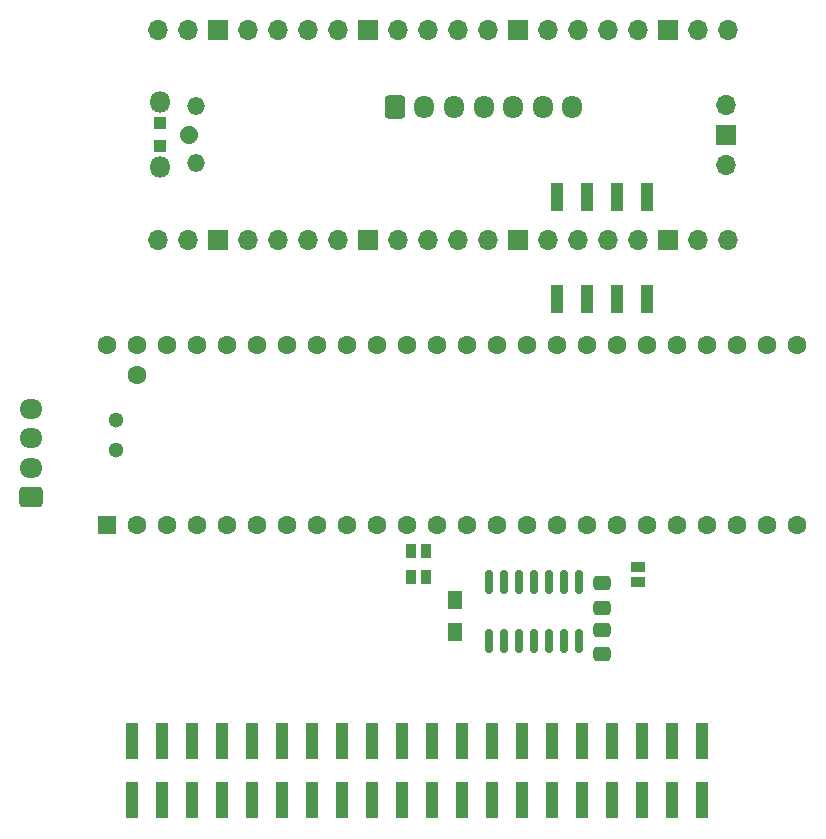
<source format=gts>
G04 #@! TF.GenerationSoftware,KiCad,Pcbnew,(6.0.1)*
G04 #@! TF.CreationDate,2022-01-19T01:46:26+10:00*
G04 #@! TF.ProjectId,RedPyKeeb_MCU,52656450-794b-4656-9562-5f4d43552e6b,rev?*
G04 #@! TF.SameCoordinates,Original*
G04 #@! TF.FileFunction,Soldermask,Top*
G04 #@! TF.FilePolarity,Negative*
%FSLAX46Y46*%
G04 Gerber Fmt 4.6, Leading zero omitted, Abs format (unit mm)*
G04 Created by KiCad (PCBNEW (6.0.1)) date 2022-01-19 01:46:26*
%MOMM*%
%LPD*%
G01*
G04 APERTURE LIST*
G04 Aperture macros list*
%AMRoundRect*
0 Rectangle with rounded corners*
0 $1 Rounding radius*
0 $2 $3 $4 $5 $6 $7 $8 $9 X,Y pos of 4 corners*
0 Add a 4 corners polygon primitive as box body*
4,1,4,$2,$3,$4,$5,$6,$7,$8,$9,$2,$3,0*
0 Add four circle primitives for the rounded corners*
1,1,$1+$1,$2,$3*
1,1,$1+$1,$4,$5*
1,1,$1+$1,$6,$7*
1,1,$1+$1,$8,$9*
0 Add four rect primitives between the rounded corners*
20,1,$1+$1,$2,$3,$4,$5,0*
20,1,$1+$1,$4,$5,$6,$7,0*
20,1,$1+$1,$6,$7,$8,$9,0*
20,1,$1+$1,$8,$9,$2,$3,0*%
%AMFreePoly0*
4,1,30,0.174003,0.741867,0.334039,0.684881,0.477472,0.593856,0.597174,0.473315,0.687196,0.329249,0.743064,0.168820,0.762000,0.000000,0.761703,-0.021276,0.738060,-0.189502,0.677735,-0.348309,0.583726,-0.489804,0.460705,-0.606956,0.314786,-0.693941,0.153221,-0.746436,-0.015958,-0.761833,-0.184344,-0.739365,-0.343569,-0.680150,-0.485717,-0.587131,-0.603725,-0.464931,-0.691726,-0.319622,
-0.745348,-0.158429,-0.761926,0.010639,-0.740634,0.179178,-0.682532,0.338812,-0.590508,0.481606,-0.469134,0.600464,-0.324444,0.689478,-0.163628,0.744224,0.005320,0.761981,0.174003,0.741867,0.174003,0.741867,$1*%
%AMFreePoly1*
4,1,13,0.535355,0.535355,0.550000,0.500000,0.550000,-0.500000,0.535355,-0.535355,0.500000,-0.550000,-0.500000,-0.550000,-0.535355,-0.535355,-0.550000,-0.500000,-0.550000,0.500000,-0.535355,0.535355,-0.500000,0.550000,0.500000,0.550000,0.535355,0.535355,0.535355,0.535355,$1*%
G04 Aperture macros list end*
%ADD10RoundRect,0.250000X0.725000X-0.600000X0.725000X0.600000X-0.725000X0.600000X-0.725000X-0.600000X0*%
%ADD11O,1.950000X1.700000*%
%ADD12RoundRect,0.150000X-0.150000X0.825000X-0.150000X-0.825000X0.150000X-0.825000X0.150000X0.825000X0*%
%ADD13RoundRect,0.250000X-0.600000X-0.725000X0.600000X-0.725000X0.600000X0.725000X-0.600000X0.725000X0*%
%ADD14O,1.700000X1.950000*%
%ADD15RoundRect,0.250000X-0.475000X0.337500X-0.475000X-0.337500X0.475000X-0.337500X0.475000X0.337500X0*%
%ADD16RoundRect,0.250000X0.475000X-0.337500X0.475000X0.337500X-0.475000X0.337500X-0.475000X-0.337500X0*%
%ADD17R,1.600000X1.600000*%
%ADD18C,1.600000*%
%ADD19C,1.300000*%
%ADD20R,1.300000X1.500000*%
%ADD21R,1.120000X2.440000*%
%ADD22R,0.970000X1.270000*%
%ADD23R,1.270000X0.970000*%
%ADD24R,1.000000X3.150000*%
%ADD25O,1.500000X1.500000*%
%ADD26O,1.800000X1.800000*%
%ADD27O,1.700000X1.700000*%
%ADD28R,1.700000X1.700000*%
%ADD29FreePoly0,90.000000*%
%ADD30FreePoly1,90.000000*%
G04 APERTURE END LIST*
D10*
X24403400Y-61615200D03*
D11*
X24403400Y-59115200D03*
X24403400Y-56615200D03*
X24403400Y-54115200D03*
D12*
X70783800Y-68792200D03*
X69513800Y-68792200D03*
X68243800Y-68792200D03*
X66973800Y-68792200D03*
X65703800Y-68792200D03*
X64433800Y-68792200D03*
X63163800Y-68792200D03*
X63163800Y-73742200D03*
X64433800Y-73742200D03*
X65703800Y-73742200D03*
X66973800Y-73742200D03*
X68243800Y-73742200D03*
X69513800Y-73742200D03*
X70783800Y-73742200D03*
D13*
X55200000Y-28600000D03*
D14*
X57700000Y-28600000D03*
X60200000Y-28600000D03*
X62700000Y-28600000D03*
X65200000Y-28600000D03*
X67700000Y-28600000D03*
X70200000Y-28600000D03*
D15*
X72714200Y-72820500D03*
X72714200Y-74895500D03*
D16*
X72714200Y-70983900D03*
X72714200Y-68908900D03*
D17*
X30855000Y-63952000D03*
D18*
X33395000Y-63952000D03*
X35935000Y-63952000D03*
X38475000Y-63952000D03*
X41015000Y-63952000D03*
X43555000Y-63952000D03*
X46095000Y-63952000D03*
X48635000Y-63952000D03*
X51175000Y-63952000D03*
X53715000Y-63952000D03*
X56255000Y-63952000D03*
X58795000Y-63952000D03*
X61335000Y-63952000D03*
X63875000Y-63952000D03*
X66415000Y-63952000D03*
X68955000Y-63952000D03*
X71495000Y-63952000D03*
X74035000Y-63952000D03*
X76575000Y-63952000D03*
X79115000Y-63952000D03*
X81655000Y-63952000D03*
X84195000Y-63952000D03*
X86735000Y-63952000D03*
X89275000Y-63952000D03*
X89275000Y-48712000D03*
X86735000Y-48712000D03*
X84195000Y-48712000D03*
X81655000Y-48712000D03*
X79115000Y-48712000D03*
X76575000Y-48712000D03*
X74035000Y-48712000D03*
X71495000Y-48712000D03*
X68955000Y-48712000D03*
X66415000Y-48712000D03*
X63875000Y-48712000D03*
X61335000Y-48712000D03*
X58795000Y-48712000D03*
X56255000Y-48712000D03*
X53715000Y-48712000D03*
X51175000Y-48712000D03*
X48635000Y-48712000D03*
X46095000Y-48712000D03*
X43555000Y-48712000D03*
X41015000Y-48712000D03*
X38475000Y-48712000D03*
X35935000Y-48712000D03*
X33395000Y-48712000D03*
X30855000Y-48712000D03*
X33395000Y-51252000D03*
D19*
X31585000Y-55062000D03*
X31585000Y-57602000D03*
D20*
X60268200Y-70294400D03*
X60268200Y-72994400D03*
D21*
X76575000Y-36228200D03*
X74035000Y-36228200D03*
X71495000Y-36228200D03*
X68955000Y-36228200D03*
X68955000Y-44838200D03*
X71495000Y-44838200D03*
X74035000Y-44838200D03*
X76575000Y-44838200D03*
D22*
X56560000Y-68400000D03*
X57840000Y-68400000D03*
X56560000Y-66200000D03*
X57840000Y-66200000D03*
D23*
X75800000Y-67520000D03*
X75800000Y-68800000D03*
D24*
X32970000Y-82225240D03*
X32970000Y-87275000D03*
X35510000Y-82225000D03*
X35510000Y-87275000D03*
X38050000Y-82225000D03*
X38050000Y-87275000D03*
X40590000Y-82225000D03*
X40590000Y-87275000D03*
X43130000Y-82225000D03*
X43130000Y-87275000D03*
X45670000Y-82225000D03*
X45670000Y-87275000D03*
X48210000Y-82225000D03*
X48210000Y-87275000D03*
X50750000Y-82225000D03*
X50750000Y-87275000D03*
X53290000Y-82225000D03*
X53290000Y-87275000D03*
X55830000Y-82225000D03*
X55830000Y-87275000D03*
X58370000Y-82225000D03*
X58370000Y-87275000D03*
X60910000Y-82225000D03*
X60910000Y-87275000D03*
X63450000Y-82225000D03*
X63450000Y-87275000D03*
X65990000Y-82225000D03*
X65990000Y-87275000D03*
X68530000Y-82225000D03*
X68530000Y-87275000D03*
X71070000Y-82225000D03*
X71070000Y-87275000D03*
X73610000Y-82225000D03*
X73610000Y-87275000D03*
X76150000Y-82225000D03*
X76150000Y-87275000D03*
X78690000Y-82225000D03*
X78690000Y-87275000D03*
X81230000Y-82225240D03*
X81230000Y-87275000D03*
D25*
X38330000Y-28475000D03*
D26*
X35300000Y-33625000D03*
X35300000Y-28175000D03*
D25*
X38330000Y-33325000D03*
D27*
X35170000Y-22010000D03*
X37710000Y-22010000D03*
D28*
X40250000Y-22010000D03*
D27*
X42790000Y-22010000D03*
X45330000Y-22010000D03*
X47870000Y-22010000D03*
X50410000Y-22010000D03*
D28*
X52950000Y-22010000D03*
D27*
X55490000Y-22010000D03*
X58030000Y-22010000D03*
X60570000Y-22010000D03*
X63110000Y-22010000D03*
D28*
X65650000Y-22010000D03*
D27*
X68190000Y-22010000D03*
X70730000Y-22010000D03*
X73270000Y-22010000D03*
X75810000Y-22010000D03*
D28*
X78350000Y-22010000D03*
D27*
X80890000Y-22010000D03*
X83430000Y-22010000D03*
X83430000Y-39790000D03*
X80890000Y-39790000D03*
D28*
X78350000Y-39790000D03*
D27*
X75810000Y-39790000D03*
X73270000Y-39790000D03*
X70730000Y-39790000D03*
X68190000Y-39790000D03*
D28*
X65650000Y-39790000D03*
D27*
X63110000Y-39790000D03*
X60570000Y-39790000D03*
X58030000Y-39790000D03*
X55490000Y-39790000D03*
D28*
X52950000Y-39790000D03*
D27*
X50410000Y-39790000D03*
X47870000Y-39790000D03*
X45330000Y-39790000D03*
X42790000Y-39790000D03*
D28*
X40250000Y-39790000D03*
D27*
X37710000Y-39790000D03*
X35170000Y-39790000D03*
X83200000Y-28360000D03*
D28*
X83200000Y-30900000D03*
D27*
X83200000Y-33440000D03*
D29*
X37800000Y-30900000D03*
D30*
X35300000Y-31900000D03*
X35300000Y-29900000D03*
M02*

</source>
